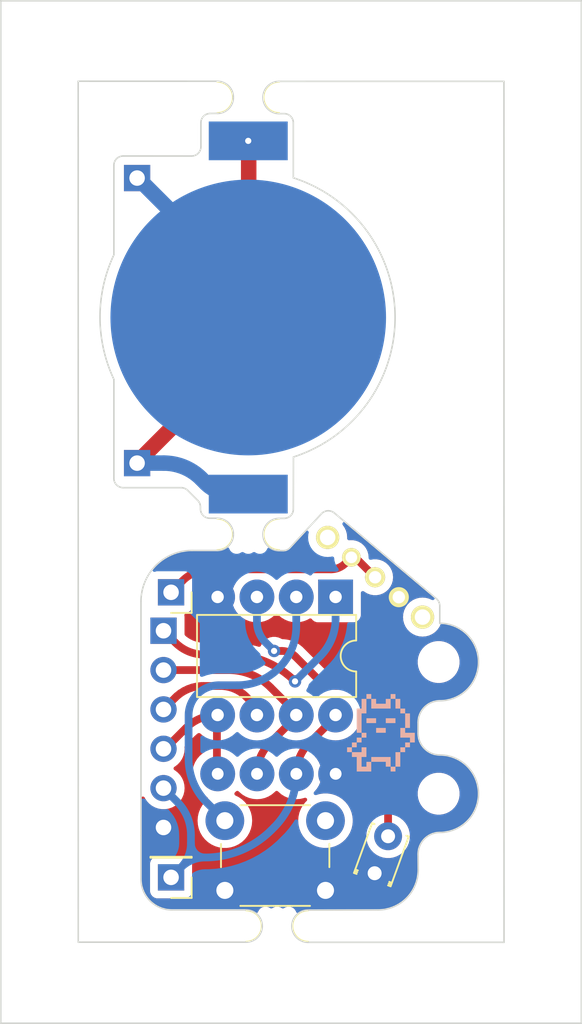
<source format=kicad_pcb>
(kicad_pcb (version 20240108) (generator "pcbnew") (generator_version "8.0")
  (layers (0 "F.Cu" signal) (31 "B.Cu" signal) (34 "B.Paste" user) (35 "F.Paste" user) (36 "B.SilkS" user "B.Silkscreen") (37 "F.SilkS" user "F.Silkscreen") (38 "B.Mask" user) (39 "F.Mask" user) (44 "Edge.Cuts" user))
  (net 0 "")
  (net 1 "GND")
  (net 2 "ISP RESET")
  (net 3 "ISP SCK")
  (net 4 "ISP MISO")
  (net 5 "ISP MOSI")
  (net 6 "BUTTON")
  (net 7 "VCC")
  (net 8 "Net-(BT2-+)")
  (net 9 "Net-(BT2--)")
  (net 10 "LED")
  (net 11 "Net-(J3-Pin_1)")
  (footprint "MountingHole:MountingHole_2.2mm_M2" (layer "F.Cu") (at 20.994496 76.5)
    (property "Reference" "H1" (hide yes))
    (property "Value" "MountingHole" (hide yes))
    (pad "" np_thru_hole circle (at 0 0) (size 2.2 2.2) (drill 2.2) (layers "*.Cu" "*.Mask"))
  )
  (footprint "Package_DIP:DIP-8_W7.62mm" (layer "F.Cu") (at 39.620077 51.983079 -90)
    (property "Reference" "U1" (hide yes))
    (property "Value" "ATtiny85V-10P")
    (fp_line (start 1.16 8.95) (end 6.46 8.95) (stroke (width 0.12)) (layer "F.SilkS"))
    (fp_line (start 6.46 8.95) (end 6.46 -1.33) (stroke (width 0.12)) (layer "F.SilkS"))
    (fp_line (start 1.16 -1.33) (end 1.16 8.95) (stroke (width 0.12)) (layer "F.SilkS"))
    (fp_line (start 2.81 -1.33) (end 1.16 -1.33) (stroke (width 0.12)) (layer "F.SilkS"))
    (fp_line (start 6.46 -1.33) (end 4.81 -1.33) (stroke (width 0.12)) (layer "F.SilkS"))
    (fp_arc (start 4.81 -1.33) (mid 3.81 -0.33) (end 2.81 -1.33) (stroke (width 0.12)) (layer "F.SilkS"))
    (pad "1" thru_hole rect (at 0 0 270) (size 2.25 2.25) (drill 0.8) (layers "*.Cu" "*.Mask") (net 2 "ISP RESET"))
    (pad "2" thru_hole circle (at 0 2.54 270) (size 2.25 2.25) (drill 0.8) (layers "*.Cu" "*.Mask") (net 6 "BUTTON"))
    (pad "3" thru_hole circle (at 0 5.08 270) (size 2.25 2.25) (drill 0.8) (layers "*.Cu" "*.Mask") (net 10 "LED"))
    (pad "4" thru_hole circle (at 0 7.62 270) (size 2.25 2.25) (drill 0.8) (layers "*.Cu" "*.Mask") (net 1 "GND"))
    (pad "5" thru_hole circle (at 7.62 7.62 270) (size 2.25 2.25) (drill 0.8) (layers "*.Cu" "*.Mask") (net 5 "ISP MOSI"))
    (pad "6" thru_hole circle (at 7.62 5.08 270) (size 2.25 2.25) (drill 0.8) (layers "*.Cu" "*.Mask") (net 4 "ISP MISO"))
    (pad "7" thru_hole circle (at 7.62 2.54 270) (size 2.25 2.25) (drill 0.8) (layers "*.Cu" "*.Mask") (net 3 "ISP SCK"))
    (pad "8" thru_hole circle (at 7.62 0 270) (size 2.25 2.25) (drill 0.8) (layers "*.Cu" "*.Mask") (net 7 "VCC"))
  )
  (footprint "MountingHole:MountingHole_2.2mm_M2" (layer "F.Cu") (at 46.277036 56.183079)
    (property "Reference" "H1" (hide yes))
    (property "Value" "MountingHole" (hide yes))
    (pad "" np_thru_hole circle (at 0 0) (size 2.2 2.2) (drill 2.2) (layers "*.Cu" "*.Mask"))
  )
  (footprint "MountingHole:MountingHole_2.2mm_M2" (layer "F.Cu") (at 20.994496 16.5)
    (property "Reference" "H1" (hide yes))
    (property "Value" "MountingHole" (hide yes))
    (pad "" np_thru_hole circle (at 0 0) (size 2.2 2.2) (drill 2.2) (layers "*.Cu" "*.Mask"))
  )
  (footprint "Panelization:mouse-bite-2mm-slot" (layer "F.Cu") (at 33.979151 47.943784)
    (property "Reference" "mouse-bite-2mm-slot" (hide yes))
    (property "Value" "VAL**" (hide yes))
    (fp_arc (start -2 -1) (mid -1 0) (end -2 1) (stroke (width 0.1)) (layer "F.SilkS"))
    (fp_arc (start 2 1) (mid 1 0) (end 2 -1) (stroke (width 0.1)) (layer "F.SilkS"))
    (pad "" np_thru_hole circle (at -0.75 -0.75) (size 0.5 0.5) (drill 0.5) (layers "*.Cu" "*.Mask"))
    (pad "" np_thru_hole circle (at -0.75 0.75) (size 0.5 0.5) (drill 0.5) (layers "*.Cu" "*.Mask"))
    (pad "" np_thru_hole circle (at 0 -0.75) (size 0.5 0.5) (drill 0.5) (layers "*.Cu" "*.Mask"))
    (pad "" np_thru_hole circle (at 0 0.75) (size 0.5 0.5) (drill 0.5) (layers "*.Cu" "*.Mask"))
    (pad "" np_thru_hole circle (at 0.75 -0.75) (size 0.5 0.5) (drill 0.5) (layers "*.Cu" "*.Mask"))
    (pad "" np_thru_hole circle (at 0.75 0.75) (size 0.5 0.5) (drill 0.5) (layers "*.Cu" "*.Mask"))
  )
  (footprint "Connector_PinHeader_2.54mm:PinHeader_1x01_P2.54mm_Vertical" (layer "F.Cu") (at 26.8 43.343402 180)
    (property "Reference" "J4" (hide yes))
    (property "Value" "Conn_01x01_Male")
    (pad "1" thru_hole rect (at 0 0 180) (size 1.7 1.7) (drill 1) (layers "*.Cu" "*.Mask") (net 8 "Net-(BT2-+)"))
  )
  (footprint "1825232-1:18252321" (layer "F.Cu") (at 43.704199 51.996982 140)
    (property "Reference" "SW2")
    (property "Value" "SW_Push" (hide yes))
    (pad "1" thru_hole circle (at 0 0 230) (size 1.3 1.3) (drill 0.8) (layers "*.Cu" "*.Mask" "F.SilkS") (net 1 "GND"))
    (pad "2" thru_hole circle (at 4 0 230) (size 1.2 1.2) (drill 0.75) (layers "*.Cu" "*.Mask" "F.SilkS") (net 11 "Net-(J3-Pin_1)"))
    (pad "3" thru_hole circle (at 2 0 230) (size 1.3 1.3) (drill 0.8) (layers "*.Cu" "*.Mask" "F.SilkS") (net 11 "Net-(J3-Pin_1)"))
    (pad "MH1" thru_hole circle (at -2 0 230) (size 1.5 1.5) (drill 1) (layers "*.Cu" "*.Mask" "F.SilkS"))
    (pad "MH2" thru_hole circle (at 6 0 230) (size 1.5 1.5) (drill 1) (layers "*.Cu" "*.Mask" "F.SilkS"))
  )
  (footprint "Button_Switch_THT:SW_PUSH_6mm" (layer "F.Cu") (at 38.968713 70.923675 180)
    (property "Reference" "SW1" (hide yes))
    (property "Value" "Main Button")
    (fp_line (start 6.75 3) (end 6.75 1.5) (stroke (width 0.12)) (layer "F.SilkS"))
    (fp_line (start 5.5 -1) (end 1 -1) (stroke (width 0.12)) (layer "F.SilkS"))
    (fp_line (start 1 5.5) (end 5.5 5.5) (stroke (width 0.12)) (layer "F.SilkS"))
    (fp_line (start -0.25 1.5) (end -0.25 3) (stroke (width 0.12)) (layer "F.SilkS"))
    (pad "1" thru_hole circle (at 0 0 270) (size 2.5 2.5) (drill 1.1) (layers "*.Cu" "*.Mask") (net 1 "GND"))
    (pad "1" thru_hole circle (at 6.5 0 270) (size 2.5 2.5) (drill 1.1) (layers "*.Cu" "*.Mask") (net 1 "GND"))
    (pad "2" thru_hole circle (at 0 4.5 270) (size 2.5 2.5) (drill 1.1) (layers "*.Cu" "*.Mask") (net 6 "BUTTON"))
    (pad "2" thru_hole circle (at 6.5 4.5 270) (size 2.5 2.5) (drill 1.1) (layers "*.Cu" "*.Mask") (net 6 "BUTTON"))
  )
  (footprint "Panelization:mouse-bite-2mm-slot" (layer "F.Cu") (at 33.978006 19.735519)
    (property "Reference" "mouse-bite-2mm-slot" (hide yes))
    (property "Value" "VAL**" (hide yes))
    (fp_arc (start -2 -1) (mid -1 0) (end -2 1) (stroke (width 0.1)) (layer "F.SilkS"))
    (fp_arc (start 2 1) (mid 1 0) (end 2 -1) (stroke (width 0.1)) (layer "F.SilkS"))
    (pad "" np_thru_hole circle (at -0.75 -0.75) (size 0.5 0.5) (drill 0.5) (layers "*.Cu" "*.Mask"))
    (pad "" np_thru_hole circle (at -0.75 0.75) (size 0.5 0.5) (drill 0.5) (layers "*.Cu" "*.Mask"))
    (pad "" np_thru_hole circle (at 0 -0.75) (size 0.5 0.5) (drill 0.5) (layers "*.Cu" "*.Mask"))
    (pad "" np_thru_hole circle (at 0 0.75) (size 0.5 0.5) (drill 0.5) (layers "*.Cu" "*.Mask"))
    (pad "" np_thru_hole circle (at 0.75 -0.75) (size 0.5 0.5) (drill 0.5) (layers "*.Cu" "*.Mask"))
    (pad "" np_thru_hole circle (at 0.75 0.75) (size 0.5 0.5) (drill 0.5) (layers "*.Cu" "*.Mask"))
  )
  (footprint "Stepchild:Tiny OLED module" (layer "F.Cu") (at 35.815 63.4 180)
    (property "Reference" "U2" (hide yes))
    (property "Value" "OLED" (hide yes))
    (pad "1" thru_hole circle (at -3.81 0 180) (size 2.25 2.25) (drill 0.762) (layers "*.Cu" "*.Mask") (net 1 "GND"))
    (pad "2" thru_hole circle (at -1.27 0 180) (size 2.25 2.25) (drill 0.762) (layers "*.Cu" "*.Mask") (net 7 "VCC"))
    (pad "3" thru_hole circle (at 1.27 0 180) (size 2.25 2.25) (drill 0.762) (layers "*.Cu" "*.Mask") (net 3 "ISP SCK"))
    (pad "4" thru_hole circle (at 3.81 0 180) (size 2.25 2.25) (drill 0.762) (layers "*.Cu" "*.Mask") (net 5 "ISP MOSI"))
  )
  (footprint "Panelization:mouse-bite-2mm-slot" (layer "F.Cu") (at 35.843006 73.226415)
    (property "Reference" "mouse-bite-2mm-slot" (hide yes))
    (property "Value" "VAL**" (hide yes))
    (fp_arc (start -2 -1) (mid -1 0) (end -2 1) (stroke (width 0.1)) (layer "F.SilkS"))
    (fp_arc (start 2 1) (mid 1 0) (end 2 -1) (stroke (width 0.1)) (layer "F.SilkS"))
    (pad "" np_thru_hole circle (at -0.75 -0.75) (size 0.5 0.5) (drill 0.5) (layers "*.Cu" "*.Mask"))
    (pad "" np_thru_hole circle (at -0.75 0.75) (size 0.5 0.5) (drill 0.5) (layers "*.Cu" "*.Mask"))
    (pad "" np_thru_hole circle (at 0 -0.75) (size 0.5 0.5) (drill 0.5) (layers "*.Cu" "*.Mask"))
    (pad "" np_thru_hole circle (at 0 0.75) (size 0.5 0.5) (drill 0.5) (layers "*.Cu" "*.Mask"))
    (pad "" np_thru_hole circle (at 0.75 -0.75) (size 0.5 0.5) (drill 0.5) (layers "*.Cu" "*.Mask"))
    (pad "" np_thru_hole circle (at 0.75 0.75) (size 0.5 0.5) (drill 0.5) (layers "*.Cu" "*.Mask"))
  )
  (footprint "MountingHole:MountingHole_2.2mm_M2" (layer "F.Cu") (at 52.5 76.5)
    (property "Reference" "H1" (hide yes))
    (property "Value" "MountingHole" (hide yes))
    (pad "" np_thru_hole circle (at 0 0) (size 2.2 2.2) (drill 2.2) (layers "*.Cu" "*.Mask"))
  )
  (footprint "Connector_PinHeader_2.54mm:PinHeader_1x01_P2.54mm_Vertical" (layer "F.Cu") (at 28.99396 51.683079 180)
    (property "Reference" "J3" (hide yes))
    (property "Value" "Conn_01x01_Female" (hide yes))
    (fp_line (start -1.33 0) (end -1.33 -1.33) (stroke (width 0.12)) (layer "F.SilkS"))
    (fp_line (start -1.33 -1.33) (end 0 -1.33) (stroke (width 0.12)) (layer "F.SilkS"))
    (pad "1" thru_hole rect (at 0 0 180) (size 1.7 1.7) (drill 1) (layers "*.Cu" "*.Mask") (net 11 "Net-(J3-Pin_1)"))
  )
  (footprint "Connector_PinHeader_2.54mm:PinHeader_1x01_P2.54mm_Vertical" (layer "F.Cu") (at 26.8 24.943402 180)
    (property "Reference" "J5" (hide yes))
    (property "Value" "Conn_01x01_Male" (hide yes))
    (pad "1" thru_hole rect (at 0 0 180) (size 1.7 1.7) (drill 1) (layers "*.Cu" "*.Mask") (net 9 "Net-(BT2--)"))
  )
  (footprint "Connector_PinHeader_2.54mm:PinHeader_1x01_P2.54mm_Vertical" (layer "F.Cu") (at 28.99396 70.083079 180)
    (property "Reference" "J2" (hide yes))
    (property "Value" "Conn_01x01_Female" (hide yes))
    (fp_line (start 1.33 1.27) (end 1.33 1.33) (stroke (width 0.12)) (layer "F.SilkS"))
    (fp_line (start -1.33 1.33) (end 1.33 1.33) (stroke (width 0.12)) (layer "F.SilkS"))
    (fp_line (start -1.33 1.27) (end 1.33 1.27) (stroke (width 0.12)) (layer "F.SilkS"))
    (fp_line (start -1.33 1.27) (end -1.33 1.33) (stroke (width 0.12)) (layer "F.SilkS"))
    (fp_line (start -1.33 0) (end -1.33 -1.33) (stroke (width 0.12)) (layer "F.SilkS"))
    (fp_line (start -1.33 -1.33) (end 0 -1.33) (stroke (width 0.12)) (layer "F.SilkS"))
    (pad "1" thru_hole rect (at 0 0 180) (size 1.7 1.7) (drill 1) (layers "*.Cu" "*.Mask") (net 7 "VCC"))
  )
  (footprint "MountingHole:MountingHole_2.2mm_M2" (layer "F.Cu") (at 46.277036 64.683079)
    (property "Reference" "H2" (hide yes))
    (property "Value" "MountingHole" (hide yes))
    (pad "" np_thru_hole circle (at 0 0) (size 2.2 2.2) (drill 2.2) (layers "*.Cu" "*.Mask"))
  )
  (footprint "MountingHole:MountingHole_2.2mm_M2" (layer "F.Cu") (at 52.5 16.5)
    (property "Reference" "H1" (hide yes))
    (property "Value" "MountingHole" (hide yes))
    (pad "" np_thru_hole circle (at 0 0) (size 2.2 2.2) (drill 2.2) (layers "*.Cu" "*.Mask"))
  )
  (footprint "LED_THT:LED_D1.8mm_W3.3mm_H2.4mm" (layer "F.Cu") (at 42.142843 69.816333 70)
    (property "Reference" "D1" (hide yes))
    (property "Value" "LED")
    (fp_line (start -0.44 -1.260001) (end -0.44 -1.08) (stroke (width 0.12)) (layer "F.SilkS"))
    (fp_line (start -0.44 -1.260001) (end 2.98 -1.26) (stroke (width 0.12)) (layer "F.SilkS"))
    (fp_line (start -0.32 -1.26) (end -0.32 -1.08) (stroke (width 0.12)) (layer "F.SilkS"))
    (fp_line (start -0.2 -1.26) (end -0.2 -1.08) (stroke (width 0.12)) (layer "F.SilkS"))
    (fp_line (start 2.98 -1.26) (end 2.98 -1.095) (stroke (width 0.12)) (layer "F.SilkS"))
    (fp_line (start -0.440001 1.08) (end -0.44 1.26) (stroke (width 0.12)) (layer "F.SilkS"))
    (fp_line (start -0.319999 1.08) (end -0.32 1.26) (stroke (width 0.12)) (layer "F.SilkS"))
    (fp_line (start -0.2 1.08) (end -0.2 1.26) (stroke (width 0.12)) (layer "F.SilkS"))
    (fp_line (start -0.44 1.26) (end 2.98 1.26) (stroke (width 0.12)) (layer "F.SilkS"))
    (fp_line (start 2.98 1.095) (end 2.98 1.26) (stroke (width 0.12)) (layer "F.SilkS"))
    (pad "1" thru_hole rect (at 0 0 70) (size 1.8 1.8) (drill 0.9) (layers "*.Cu" "*.Mask") (net 1 "GND"))
    (pad "2" thru_hole circle (at 2.54 0 70) (size 1.8 1.8) (drill 0.9) (layers "*.Cu" "*.Mask") (net 10 "LED"))
  )
  (footprint "LOGO" (layer "B.Cu") (at 42.55 60.75 180)
    (property "Reference" "G***" (hide yes))
    (property "Value" "LOGO" (hide yes))
    (fp_poly (pts (xy 1.875461 -0.781442) (xy 1.875461 -0.937731) (xy 1.719173 -0.937731) (xy 1.562884 -0.937731) (xy 1.562884 -0.781442) (xy 1.562884 -0.625154) (xy 1.719173 -0.625154) (xy 1.875461 -0.625154)) (fill solid) (layer "B.SilkS"))
    (fp_poly (pts (xy 1.562884 -0.468865) (xy 1.562884 -0.625154) (xy 1.406596 -0.625154) (xy 1.250307 -0.625154) (xy 1.250307 -0.468865) (xy 1.250307 -0.312577) (xy 1.406596 -0.312577) (xy 1.562884 -0.312577)) (fill solid) (layer "B.SilkS"))
    (fp_poly (pts (xy 0.937731 0.781442) (xy 0.937731 0.625154) (xy 0.625154 0.625154) (xy 0.312577 0.625154) (xy 0.312577 0.781442) (xy 0.312577 0.937731) (xy 0.625154 0.937731) (xy 0.937731 0.937731)) (fill solid) (layer "B.SilkS"))
    (fp_poly (pts (xy 0.312577 0.156289) (xy 0.312577 0) (xy 0 0) (xy -0.312577 0) (xy -0.312577 0.156289) (xy -0.312577 0.312577) (xy 0 0.312577) (xy 0.312577 0.312577)) (fill solid) (layer "B.SilkS"))
    (fp_poly (pts (xy -0.312577 0.781442) (xy -0.312577 0.625154) (xy -0.625154 0.625154) (xy -0.937731 0.625154) (xy -0.937731 0.781442) (xy -0.937731 0.937731) (xy -0.625154 0.937731) (xy -0.312577 0.937731)) (fill solid) (layer "B.SilkS"))
    (fp_poly (pts (xy -1.250308 -1.094019) (xy -1.250308 -1.250307) (xy -1.406596 -1.250307) (xy -1.562885 -1.250307) (xy -1.562885 -1.094019) (xy -1.562885 -0.937731) (xy -1.406596 -0.937731) (xy -1.250308 -0.937731)) (fill solid) (layer "B.SilkS"))
    (fp_poly (pts (xy -1.562885 -0.781442) (xy -1.562885 -0.937731) (xy -1.719173 -0.937731) (xy -1.875462 -0.937731) (xy -1.875462 -0.781442) (xy -1.875462 -0.625154) (xy -1.719173 -0.625154) (xy -1.562885 -0.625154)) (fill solid) (layer "B.SilkS"))
    (fp_poly (pts (xy -1.250308 0) (xy -1.250308 -0.312577) (xy -1.562885 -0.312577) (xy -1.875462 -0.312577) (xy -1.875462 -0.468865) (xy -1.875462 -0.625154) (xy -2.03175 -0.625154) (xy -2.188039 -0.625154) (xy -2.188039 -0.312577) (xy -2.188039 0) (xy -1.875462 0) (xy -1.562885 0) (xy -1.562885 0.156289) (xy -1.562885 0.312577) (xy -1.406596 0.312577) (xy -1.250308 0.312577)) (fill solid) (layer "B.SilkS"))
    (fp_poly (pts (xy 1.250307 1.875462) (xy 1.250307 1.562885) (xy 1.406596 1.562885) (xy 1.562884 1.562885) (xy 1.562884 0.781442) (xy 1.562884 0) (xy 1.406596 0) (xy 1.250307 0) (xy 1.250307 -0.156288) (xy 1.250307 -0.312577) (xy 1.094019 -0.312577) (xy 0.937731 -0.312577) (xy 0.937731 -0.156288) (xy 0.937731 0) (xy 1.094019 0) (xy 1.250307 0) (xy 1.250307 0.625154) (xy 1.250307 1.250308) (xy 1.094019 1.250308) (xy 0.937731 1.250308) (xy 0.937731 1.719173) (xy 0.937731 2.188039) (xy 1.094019 2.188039) (xy 1.250307 2.188039)) (fill solid) (layer "B.SilkS"))
    (fp_poly (pts (xy 0.937731 2.344327) (xy 0.937731 2.188039) (xy 0.781442 2.188039) (xy 0.625154 2.188039) (xy 0.625154 1.875462) (xy 0.625154 1.562885) (xy 0 1.562885) (xy -0.625154 1.562885) (xy -0.625154 1.875462) (xy -0.625154 2.188039) (xy -0.468866 2.188039) (xy -0.312577 2.188039) (xy -0.312577 2.03175) (xy -0.312577 1.875462) (xy 0 1.875462) (xy 0.312577 1.875462) (xy 0.312577 2.03175) (xy 0.312577 2.188039) (xy 0.468865 2.188039) (xy 0.625154 2.188039) (xy 0.625154 2.344327) (xy 0.625154 2.500615) (xy 0.781442 2.500615) (xy 0.937731 2.500615)) (fill solid) (layer "B.SilkS"))
    (fp_poly (pts (xy -0.937731 -1.719173) (xy -0.937731 -2.188038) (xy -0.781442 -2.188038) (xy -0.625154 -2.188038) (xy -0.625154 -1.875461) (xy -0.625154 -1.562884) (xy 0 -1.562884) (xy 0.625154 -1.562884) (xy 0.625154 -1.719173) (xy 0.625154 -1.875461) (xy 0.156288 -1.875461) (xy -0.312577 -1.875461) (xy -0.312577 -2.03175) (xy -0.312577 -2.188038) (xy -0.468866 -2.188038) (xy -0.625154 -2.188038) (xy -0.625154 -2.344327) (xy -0.625154 -2.500615) (xy -0.781442 -2.500615) (xy -0.937731 -2.500615) (xy -0.937731 -2.344327) (xy -0.937731 -2.188038) (xy -1.094019 -2.188038) (xy -1.250308 -2.188038) (xy -1.250308 -1.719173) (xy -1.250308 -1.250307) (xy -1.094019 -1.250307) (xy -0.937731 -1.250307)) (fill solid) (layer "B.SilkS"))
    (fp_poly (pts (xy -0.625154 2.344327) (xy -0.625154 2.188039) (xy -0.781442 2.188039) (xy -0.937731 2.188039) (xy -0.937731 1.875462) (xy -0.937731 1.562885) (xy -1.094019 1.562885) (xy -1.250308 1.562885) (xy -1.250308 1.406596) (xy -1.250308 1.250308) (xy -1.406596 1.250308) (xy -1.562885 1.250308) (xy -1.562885 0.781442) (xy -1.562885 0.312577) (xy -1.719173 0.312577) (xy -1.875462 0.312577) (xy -1.875462 0.781442) (xy -1.875462 1.250308) (xy -1.719173 1.250308) (xy -1.562885 1.250308) (xy -1.562885 1.406596) (xy -1.562885 1.562885) (xy -1.406596 1.562885) (xy -1.250308 1.562885) (xy -1.250308 1.875462) (xy -1.250308 2.188039) (xy -1.094019 2.188039) (xy -0.937731 2.188039) (xy -0.937731 2.344327) (xy -0.937731 2.500615) (xy -0.781442 2.500615) (xy -0.625154 2.500615)) (fill solid) (layer "B.SilkS"))
    (fp_poly (pts (xy 1.250307 -1.094019) (xy 1.250307 -1.250307) (xy 1.562884 -1.250307) (xy 1.875461 -1.250307) (xy 1.875461 -1.094019) (xy 1.875461 -0.937731) (xy 2.03175 -0.937731) (xy 2.188038 -0.937731) (xy 2.188038 -1.094019) (xy 2.188038 -1.250307) (xy 2.03175 -1.250307) (xy 1.875461 -1.250307) (xy 1.875461 -1.406596) (xy 1.875461 -1.562884) (xy 1.719173 -1.562884) (xy 1.562884 -1.562884) (xy 1.562884 -2.03175) (xy 1.562884 -2.500615) (xy 1.094019 -2.500615) (xy 0.625154 -2.500615) (xy 0.625154 -2.188038) (xy 0.625154 -1.875461) (xy 0.781442 -1.875461) (xy 0.937731 -1.875461) (xy 0.937731 -2.03175) (xy 0.937731 -2.188038) (xy 1.094019 -2.188038) (xy 1.250307 -2.188038) (xy 1.250307 -1.875461) (xy 1.250307 -1.562884) (xy 1.094019 -1.562884) (xy 0.937731 -1.562884) (xy 0.937731 -1.250307) (xy 0.937731 -0.937731) (xy 1.094019 -0.937731) (xy 1.250307 -0.937731)) (fill solid) (layer "B.SilkS"))
  )
  (footprint "Stepchild:Battery Clip" (layer "B.Cu") (at 33.97837 33.943402 90)
    (property "Reference" "BT2" (hide yes))
    (property "Value" "lr44")
    (pad "1" smd rect (at -11.4 0 90) (size 2.5 5.1) (layers "B.Cu" "B.Paste" "B.Mask") (net 8 "Net-(BT2-+)"))
    (pad "1" smd rect (at 11.4 0 90) (size 2.5 5.1) (layers "B.Cu" "B.Paste" "B.Mask") (net 8 "Net-(BT2-+)"))
    (pad "2" smd circle (at 0 0 90) (size 17.8 17.8) (layers "B.Cu" "B.Paste" "B.Mask") (net 9 "Net-(BT2--)"))
  )
  (footprint "Connector_PinHeader_2.54mm:PinHeader_1x06_P2.54mm_Vertical" (layer "B.Cu") (at 28.505077 54.163079 180)
    (property "Reference" "J1" (hide yes))
    (property "Value" "Programming port")
    (pad "1" thru_hole rect (at 0 0 180) (size 1.7 1.7) (drill 1) (layers "*.Cu" "*.Mask") (net 2 "ISP RESET"))
    (pad "2" thru_hole oval (at 0 -2.54 180) (size 1.7 1.7) (drill 1) (layers "*.Cu" "*.Mask") (net 3 "ISP SCK"))
    (pad "3" thru_hole oval (at 0 -5.08 180) (size 1.7 1.7) (drill 1) (layers "*.Cu" "*.Mask") (net 4 "ISP MISO"))
    (pad "4" thru_hole oval (at 0 -7.62 180) (size 1.7 1.7) (drill 1) (layers "*.Cu" "*.Mask") (net 5 "ISP MOSI"))
    (pad "5" thru_hole oval (at 0 -10.16 180) (size 1.7 1.7) (drill 1) (layers "*.Cu" "*.Mask") (net 7 "VCC"))
    (pad "6" thru_hole oval (at 0 -12.7 180) (size 1.7 1.7) (drill 1) (layers "*.Cu" "*.Mask") (net 1 "GND"))
  )
  (gr_arc (start 31.976504 18.693512) (mid 33.0184 19.734348) (end 31.977224 20.7759) (stroke (width 0.1)) (layer "Edge.Cuts"))
  (gr_rect (start 17.994496 13.5) (end 55.494496 79.5) (stroke (width 0.1)) (fill none) (layer "Edge.Cuts"))
  (gr_arc (start 46.135992 52.103264) (mid 46.293944 52.309268) (end 46.350095 52.562712) (stroke (width 0.1)) (layer "Edge.Cuts"))
  (gr_arc (start 44.950077 68.583079) (mid 45.360128 67.59313) (end 46.350077 67.183079) (stroke (width 0.1)) (layer "Edge.Cuts"))
  (gr_line (start 27.050077 67.383079) (end 27.050077 52.283079) (stroke (width 0.1)) (layer "Edge.Cuts"))
  (gr_arc (start 25.9 44.928268) (mid 25.47575 44.752528) (end 25.3 44.328268) (stroke (width 0.1)) (layer "Edge.Cuts"))
  (gr_arc (start 36.287028 20.782683) (mid 36.714794 20.956481) (end 36.892452 21.382658) (stroke (width 0.1)) (layer "Edge.Cuts"))
  (gr_arc (start 44.950077 60.083079) (mid 45.360128 59.09313) (end 46.350077 58.683079) (stroke (width 0.1)) (layer "Edge.Cuts"))
  (gr_line (start 46.350077 53.683079) (end 46.350095 52.562712) (stroke (width 0.1)) (layer "Edge.Cuts"))
  (gr_arc (start 38.709268 46.611441) (mid 39.11203 46.420049) (end 39.535638 46.559412) (stroke (width 0.1)) (layer "Edge.Cuts"))
  (gr_line (start 30.350077 48.983079) (end 31.978369 48.984165) (stroke (width 0.1)) (layer "Edge.Cuts"))
  (gr_line (start 46.135992 52.103264) (end 39.535638 46.559412) (stroke (width 0.1)) (layer "Edge.Cuts"))
  (gr_arc (start 46.350077 53.683079) (mid 48.850077 56.183079) (end 46.350077 58.683079) (stroke (width 0.1)) (layer "Edge.Cuts"))
  (gr_arc (start 30.921404 21.37365) (mid 31.095002 20.951387) (end 31.51549 20.773539) (stroke (width 0.1)) (layer "Edge.Cuts"))
  (gr_arc (start 27.050077 52.283079) (mid 28.016625 49.949627) (end 30.350077 48.983079) (stroke (width 0.1)) (layer "Edge.Cuts"))
  (gr_line (start 30.716824 45.75264) (end 30.068188 45.104004) (stroke (width 0.1)) (layer "Edge.Cuts"))
  (gr_line (start 29.643924 44.928268) (end 25.9 44.928268) (stroke (width 0.1)) (layer "Edge.Cuts"))
  (gr_arc (start 25.3 24.119795) (mid 25.475881 23.695391) (end 25.900404 23.519796) (stroke (width 0.1)) (layer "Edge.Cuts"))
  (gr_line (start 27.050077 67.383079) (end 27.050077 70.183079) (stroke (width 0.1)) (layer "Edge.Cuts"))
  (gr_line (start 50.494496 18.701499) (end 50.5 74.276461) (stroke (width 0.1)) (layer "Edge.Cuts"))
  (gr_arc (start 25.3 37.935576) (mid 24.404583 34.010632) (end 25.3 29.901804) (stroke (width 0.1)) (layer "Edge.Cuts"))
  (gr_line (start 38.709268 46.611441) (end 36.680998 48.804314) (stroke (width 0.1)) (layer "Edge.Cuts"))
  (gr_arc (start 29.643924 44.928268) (mid 29.873531 44.973946) (end 30.068188 45.104004) (stroke (width 0.1)) (layer "Edge.Cuts"))
  (gr_line (start 31.977649 46.901777) (end 31.492749 46.901886) (stroke (width 0.1)) (layer "Edge.Cuts"))
  (gr_arc (start 31.492749 46.901886) (mid 31.06849 46.72629) (end 30.892614 46.302147) (stroke (width 0.1)) (layer "Edge.Cuts"))
  (gr_line (start 44.950077 60.783079) (end 44.950077 60.083079) (stroke (width 0.1)) (layer "Edge.Cuts"))
  (gr_line (start 36.294383 46.910916) (end 35.972389 46.911408) (stroke (width 0.1)) (layer "Edge.Cuts"))
  (gr_arc (start 46.350077 62.183079) (mid 48.850077 64.683079) (end 46.350077 67.183079) (stroke (width 0.1)) (layer "Edge.Cuts"))
  (gr_line (start 33.841504 72.184408) (end 29.050077 72.183079) (stroke (width 0.1)) (layer "Edge.Cuts"))
  (gr_line (start 25.3 29.901804) (end 25.3 24.119795) (stroke (width 0.1)) (layer "Edge.Cuts"))
  (gr_line (start 35.973109 48.993796) (end 36.23346 48.996862) (stroke (width 0.1)) (layer "Edge.Cuts"))
  (gr_line (start 44.950077 68.583079) (end 44.957272 69.584983) (stroke (width 0.1)) (layer "Edge.Cuts"))
  (gr_line (start 31.977679 20.768983) (end 31.51549 20.773539) (stroke (width 0.1)) (layer "Edge.Cuts"))
  (gr_arc (start 35.973109 48.993796) (mid 34.931166 47.952938) (end 35.972389 46.911408) (stroke (width 0.1)) (layer "Edge.Cuts"))
  (gr_arc (start 44.957272 69.584983) (mid 44.195748 71.423456) (end 42.357272 72.184983) (stroke (width 0.1)) (layer "Edge.Cuts"))
  (gr_line (start 36.287028 20.782683) (end 35.971964 20.785531) (stroke (width 0.1)) (layer "Edge.Cuts"))
  (gr_line (start 23 74.266762) (end 22.994496 18.6918) (stroke (width 0.1)) (layer "Edge.Cuts"))
  (gr_arc (start 36.892452 24.928268) (mid 43.463449 33.936444) (end 36.899333 42.949637) (stroke (width 0.1)) (layer "Edge.Cuts"))
  (gr_line (start 35.971244 18.703143) (end 50.494496 18.701499) (stroke (width 0.1)) (layer "Edge.Cuts"))
  (gr_line (start 30.892614 46.302147) (end 30.89256 46.176644) (stroke (width 0.1)) (layer "Edge.Cuts"))
  (gr_arc (start 36.893466 46.311964) (mid 36.717677 46.735205) (end 36.294383 46.910916) (stroke (width 0.1)) (layer "Edge.Cuts"))
  (gr_arc (start 30.716824 45.75264) (mid 30.846838 45.947174) (end 30.89256 46.176644) (stroke (width 0.1)) (layer "Edge.Cuts"))
  (gr_line (start 37.836964 74.276427) (end 50.5 74.276461) (stroke (width 0.1)) (layer "Edge.Cuts"))
  (gr_arc (start 37.836964 74.276427) (mid 36.795069 73.235593) (end 37.836244 72.194039) (stroke (width 0.1)) (layer "Edge.Cuts"))
  (gr_line (start 37.836244 72.194039) (end 42.357272 72.184983) (stroke (width 0.1)) (layer "Edge.Cuts"))
  (gr_line (start 31.976504 18.693512) (end 22.994496 18.6918) (stroke (width 0.1)) (layer "Edge.Cuts"))
  (gr_arc (start 30.921766 22.92155) (mid 30.745937 23.346047) (end 30.321362 23.52169) (stroke (width 0.1)) (layer "Edge.Cuts"))
  (gr_line (start 36.892452 21.382658) (end 36.892452 24.928268) (stroke (width 0.1)) (layer "Edge.Cuts"))
  (gr_line (start 30.921766 22.92155) (end 30.921404 21.37365) (stroke (width 0.1)) (layer "Edge.Cuts"))
  (gr_line (start 30.321362 23.52169) (end 25.900404 23.519796) (stroke (width 0.1)) (layer "Edge.Cuts"))
  (gr_arc (start 46.350077 62.183079) (mid 45.360128 61.773028) (end 44.950077 60.783079) (stroke (width 0.1)) (layer "Edge.Cuts"))
  (gr_arc (start 35.971964 20.785531) (mid 34.930071 19.744698) (end 35.971244 18.703143) (stroke (width 0.1)) (layer "Edge.Cuts"))
  (gr_arc (start 33.841504 72.184408) (mid 34.883399 73.225242) (end 33.842224 74.266796) (stroke (width 0.1)) (layer "Edge.Cuts"))
  (gr_line (start 36.899333 42.949637) (end 36.893466 46.311964) (stroke (width 0.1)) (layer "Edge.Cuts"))
  (gr_arc (start 36.680998 48.804314) (mid 36.477652 48.948058) (end 36.23346 48.996862) (stroke (width 0.1)) (layer "Edge.Cuts"))
  (gr_line (start 25.3 44.328268) (end 25.3 37.935576) (stroke (width 0.1)) (layer "Edge.Cuts"))
  (gr_arc (start 29.050077 72.183079) (mid 27.635863 71.597293) (end 27.050077 70.183079) (stroke (width 0.1)) (layer "Edge.Cuts"))
  (gr_arc (start 31.977649 46.901777) (mid 33.019545 47.942608) (end 31.978369 48.984165) (stroke (width 0.1)) (layer "Edge.Cuts"))
  (gr_line (start 33.842224 74.266796) (end 23 74.266762) (stroke (width 0.1)) (layer "Edge.Cuts"))
  (segment (start 29.275077 54.933079) (end 28.505077 54.163079) (width 0.5) (layer "F.Cu") (net 2))
  (segment (start 31.134021 55.703079) (end 32.825608 55.703079) (width 0.5) (layer "F.Cu") (net 2))
  (via (at 37.000034 57.432193) (size 0.8) (drill 0.4) (layers "F.Cu" "B.Cu") (net 2))
  (arc (start 37.000034 57.432193) (mid 35.084781 56.152456) (end 32.825608 55.703079) (width 0.5) (layer "F.Cu") (net 2))
  (arc (start 29.275077 54.933079) (mid 30.127967 55.502962) (end 31.134021 55.703079) (width 0.5) (layer "F.Cu") (net 2))
  (segment (start 39.535077 51.983079) (end 39.450077 51.983079) (width 0.5) (layer "B.Cu") (net 2))
  (segment (start 38.619849 55.812377) (end 37.000034 57.432193) (width 0.5) (layer "B.Cu") (net 2))
  (segment (start 39.620077 53.397614) (end 39.620077 52.068079) (width 0.5) (layer "B.Cu") (net 2))
  (arc (start 39.620077 52.068079) (mid 39.595181 52.007974) (end 39.535077 51.983079) (width 0.5) (layer "B.Cu") (net 2))
  (arc (start 39.620077 53.397614) (mid 39.360126 54.704474) (end 38.619849 55.812377) (width 0.5) (layer "B.Cu") (net 2))
  (segment (start 32.713575 56.703079) (end 28.505077 56.703079) (width 0.5) (layer "F.Cu") (net 3))
  (segment (start 35.427028 57.827028) (end 37.080077 59.480077) (width 0.5) (layer "F.Cu") (net 3))
  (segment (start 37.080077 59.480077) (end 37.080077 59.603079) (width 0.5) (layer "F.Cu") (net 3))
  (segment (start 35.358261 61.436545) (end 37.080077 59.71473) (width 0.5) (layer "F.Cu") (net 3))
  (arc (start 35.358261 61.436545) (mid 34.75636 62.337354) (end 34.545 63.4) (width 0.5) (layer "F.Cu") (net 3))
  (arc (start 35.427028 57.827028) (mid 34.182085 56.995184) (end 32.713575 56.703079) (width 0.5) (layer "F.Cu") (net 3))
  (segment (start 29.839197 58.04876) (end 30.100736 57.922811) (width 0.5) (layer "F.Cu") (net 4))
  (segment (start 34.540077 59.118156) (end 34.540077 59.603079) (width 0.5) (layer "F.Cu") (net 4))
  (segment (start 29.593404 58.2032) (end 29.839197 58.04876) (width 0.5) (layer "F.Cu") (net 4))
  (segment (start 30.65774 57.762348) (end 30.9462 57.72985) (width 0.5) (layer "F.Cu") (net 4))
  (segment (start 29.262577 58.485579) (end 29.36645 58.384189) (width 0.5) (layer "F.Cu") (net 4))
  (segment (start 29.36645 58.384189) (end 29.593404 58.2032) (width 0.5) (layer "F.Cu") (net 4))
  (segment (start 32.167067 57.728079) (end 31.091343 57.728079) (width 0.5) (layer "F.Cu") (net 4))
  (segment (start 30.100736 57.922811) (end 30.374732 57.826939) (width 0.5) (layer "F.Cu") (net 4))
  (segment (start 33.845038 58.423117) (end 34.540077 59.118156) (width 0.5) (layer "F.Cu") (net 4))
  (segment (start 28.505077 59.243079) (end 29.262577 58.485579) (width 0.5) (layer "F.Cu") (net 4))
  (segment (start 30.374732 57.826939) (end 30.65774 57.762348) (width 0.5) (layer "F.Cu") (net 4))
  (segment (start 30.9462 57.72985) (end 31.091343 57.728079) (width 0.5) (layer "F.Cu") (net 4))
  (arc (start 33.845038 58.423117) (mid 33.075178 57.908713) (end 32.167067 57.728079) (width 0.5) (layer "F.Cu") (net 4))
  (segment (start 28.656463 61.743536) (end 29.946098 60.453901) (width 0.5) (layer "F.Cu") (net 5))
  (segment (start 31.980038 63.375038) (end 32.005 63.4) (width 0.5) (layer "F.Cu") (net 5))
  (segment (start 28.560999 61.783079) (end 28.505077 61.783079) (width 0.5) (layer "F.Cu") (net 5))
  (segment (start 31.955077 63.314776) (end 31.955077 59.648079) (width 0.5) (layer "F.Cu") (net 5))
  (arc (start 28.656463 61.743536) (mid 28.612663 61.772802) (end 28.560999 61.783079) (width 0.5) (layer "F.Cu") (net 5))
  (arc (start 32.000077 59.603079) (mid 30.888513 59.824201) (end 29.946098 60.453901) (width 0.5) (layer "F.Cu") (net 5))
  (arc (start 31.955077 63.314776) (mid 31.961564 63.347389) (end 31.980038 63.375038) (width 0.5) (layer "F.Cu") (net 5))
  (segment (start 30.125077 59.634897) (end 30.125077 62.422838) (width 0.5) (layer "B.Cu") (net 6))
  (segment (start 37.080077 53.87623) (end 37.080077 51.983079) (width 0.5) (layer "B.Cu") (net 6))
  (segment (start 31.296895 65.251857) (end 32.468713 66.423675) (width 0.5) (layer "B.Cu") (net 6))
  (segment (start 33.273228 57.683079) (end 32.076895 57.683079) (width 0.5) (layer "B.Cu") (net 6))
  (arc (start 35.965077 56.568079) (mid 34.730046 57.393299) (end 33.273228 57.683079) (width 0.5) (layer "B.Cu") (net 6))
  (arc (start 30.696751 58.254753) (mid 30.27365 58.887968) (end 30.125077 59.634897) (width 0.5) (layer "B.Cu") (net 6))
  (arc (start 32.076895 57.683079) (mid 31.329966 57.831652) (end 30.696751 58.254753) (width 0.5) (layer "B.Cu") (net 6))
  (arc (start 37.080077 53.87623) (mid 36.790297 55.333048) (end 35.965077 56.568079) (width 0.5) (layer "B.Cu") (net 6))
  (arc (start 30.125077 62.422838) (mid 30.429622 63.953892) (end 31.296895 65.251857) (width 0.5) (layer "B.Cu") (net 6))
  (segment (start 37.898328 61.436478) (end 39.620077 59.71473) (width 0.5) (layer "F.Cu") (net 7))
  (arc (start 37.898328 61.436478) (mid 37.296377 62.337361) (end 37.085 63.4) (width 0.5) (layer "F.Cu") (net 7))
  (segment (start 35.660164 66.839834) (end 35.478902 67.021096) (width 0.5) (layer "B.Cu") (net 7))
  (segment (start 29.391058 65.20906) (end 28.505077 64.323079) (width 0.5) (layer "B.Cu") (net 7))
  (segment (start 30.277039 67.892726) (end 30.277039 67.348007) (width 0.5) (layer "B.Cu") (net 7))
  (segment (start 29.635499 69.441539) (end 28.99396 70.083079) (width 0.5) (layer "B.Cu") (net 7))
  (arc (start 35.478902 67.021096) (mid 33.508501 68.337678) (end 31.184312 68.8) (width 0.5) (layer "B.Cu") (net 7))
  (arc (start 30.277039 67.892726) (mid 30.542773 68.534265) (end 31.184312 68.8) (width 0.5) (layer "B.Cu") (net 7))
  (arc (start 29.391058 65.20906) (mid 30.04678 66.190417) (end 30.277039 67.348007) (width 0.5) (layer "B.Cu") (net 7))
  (arc (start 29.635499 69.441539) (mid 30.110308 68.730937) (end 30.277039 67.892726) (width 0.5) (layer "B.Cu") (net 7))
  (arc (start 37.085 63.4) (mid 36.714697 65.261614) (end 35.660164 66.839834) (width 0.5) (layer "B.Cu") (net 7))
  (arc (start 31.184312 68.8) (mid 30.3461 68.96673) (end 29.635499 69.441539) (width 0.5) (layer "B.Cu") (net 7))
  (segment (start 34.007586 31.800426) (end 34.007586 22.593276) (width 1) (layer "F.Cu") (net 8))
  (segment (start 33.992978 22.55801) (end 33.97837 22.543402) (width 1) (layer "F.Cu") (net 8))
  (segment (start 26.8 43.321701) (end 26.8 43.343402) (width 1) (layer "F.Cu") (net 8))
  (segment (start 30.972693 39.127306) (end 26.815344 43.284655) (width 1) (layer "F.Cu") (net 8))
  (via (at 33.97837 22.543402) (size 0.8) (drill 0.4) (layers "F.Cu" "B.Cu") (net 8))
  (arc (start 34.007586 31.800426) (mid 33.218843 35.765705) (end 30.972693 39.127306) (width 1) (layer "F.Cu") (net 8))
  (arc (start 33.992978 22.55801) (mid 34.003789 22.57419) (end 34.007586 22.593276) (width 1) (layer "F.Cu") (net 8))
  (arc (start 26.815344 43.284655) (mid 26.803987 43.301651) (end 26.8 43.321701) (width 1) (layer "F.Cu") (net 8))
  (segment (start 28.529188 43.343402) (end 26.8 43.343402) (width 1) (layer "B.Cu") (net 8))
  (segment (start 32.960886 45.343402) (end 33.97837 45.343402) (width 1) (layer "B.Cu") (net 8))
  (segment (start 30.943402 44.343402) (end 31.223932 44.623932) (width 1) (layer "B.Cu") (net 8))
  (arc (start 31.223932 44.623932) (mid 32.020853 45.156417) (end 32.960886 45.343402) (width 1) (layer "B.Cu") (net 8))
  (arc (start 30.943402 44.343402) (mid 29.835751 43.603293) (end 28.529188 43.343402) (width 1) (layer "B.Cu") (net 8))
  (segment (start 33.318981 31.418981) (end 26.858746 24.958746) (width 1) (layer "B.Cu") (net 9))
  (segment (start 33.97837 33.010886) (end 33.97837 33.943402) (width 1) (layer "B.Cu") (net 9))
  (segment (start 26.821701 24.943402) (end 26.8 24.943402) (width 1) (layer "B.Cu") (net 9))
  (arc (start 33.318981 31.418981) (mid 33.807 32.149353) (end 33.97837 33.010886) (width 1) (layer "B.Cu") (net 9))
  (arc (start 26.858746 24.958746) (mid 26.841749 24.947389) (end 26.821701 24.943402) (width 1) (layer "B.Cu") (net 9))
  (segment (start 37.02122 55.827033) (end 38.400942 57.206755) (width 0.5) (layer "F.Cu") (net 10))
  (segment (start 43.011574 61.080158) (end 43.011574 67.429514) (width 0.5) (layer "F.Cu") (net 10))
  (segment (start 35.64736 55.468176) (end 36.154861 55.468176) (width 0.5) (layer "F.Cu") (net 10))
  (via (at 35.64736 55.468176) (size 0.8) (drill 0.4) (layers "F.Cu" "B.Cu") (net 10))
  (arc (start 43.011574 61.080158) (mid 42.029775 58.709883) (end 39.659497 57.728079) (width 0.5) (layer "F.Cu") (net 10))
  (arc (start 38.400942 57.206755) (mid 38.978385 57.59259) (end 39.659497 57.728079) (width 0.5) (layer "F.Cu") (net 10))
  (arc (start 36.154861 55.468176) (mid 36.623731 55.561439) (end 37.02122 55.827033) (width 0.5) (layer "F.Cu") (net 10))
  (segment (start 34.540077 53.577925) (end 34.540077 51.983079) (width 0.5) (layer "B.Cu") (net 10))
  (segment (start 35.093718 54.914534) (end 35.64736 55.468176) (width 0.5) (layer "B.Cu") (net 10))
  (arc (start 34.540077 53.577925) (mid 34.683963 54.301292) (end 35.093718 54.914534) (width 0.5) (layer "B.Cu") (net 10))
  (segment (start 40.97369 49.512987) (end 42.17211 50.711407) (width 0.5) (layer "F.Cu") (net 11))
  (segment (start 40.552865 49.512987) (end 40.252937 49.812916) (width 0.5) (layer "F.Cu") (net 11))
  (segment (start 29.735499 50.941539) (end 28.99396 51.683079) (width 0.5) (layer "F.Cu") (net 11))
  (segment (start 31.525734 50.2) (end 39.318433 50.2) (width 0.5) (layer "F.Cu") (net 11))
  (arc (start 40.97369 49.512987) (mid 40.877152 49.448482) (end 40.763278 49.425832) (width 0.5) (layer "F.Cu") (net 11))
  (arc (start 40.763278 49.425832) (mid 40.649403 49.448482) (end 40.552865 49.512987) (width 0.5) (layer "F.Cu") (net 11))
  (arc (start 40.252937 49.812916) (mid 39.824183 50.0994) (end 39.318433 50.2) (width 0.5) (layer "F.Cu") (net 11))
  (arc (start 31.525734 50.2) (mid 30.556865 50.392719) (end 29.735499 50.941539) (width 0.5) (layer "F.Cu") (net 11))
  (zone (net 1) (net_name "GND") (layer "F.Cu") (connect_pads yes (clearance 0.508)) (min_thickness 0.254) (fill yes (thermal_gap 0.508) (thermal_bridge_width 0.508))
    (polygon (pts (xy 48.983529 73.783079) (xy 25.383529 73.883079) (xy 25.283529 46.483079) (xy 48.883529 46.383079)))
  )
  (zone (net 1) (net_name "GND") (layer "B.Cu") (priority 1) (connect_pads yes (clearance 0.508)) (min_thickness 0.25) (fill yes (thermal_gap 0.5) (thermal_bridge_width 0.5))
    (polygon (pts (xy 25.850077 52.183079) (xy 29.350077 52.183079) (xy 30.850077 53.683079) (xy 30.850077 65) (xy 27 65) (xy 26.850077 72.683079) (xy 49.350077 72.683079) (xy 49.350077 46.183079) (xy 25.850077 46.183079)))
  )
)
</source>
